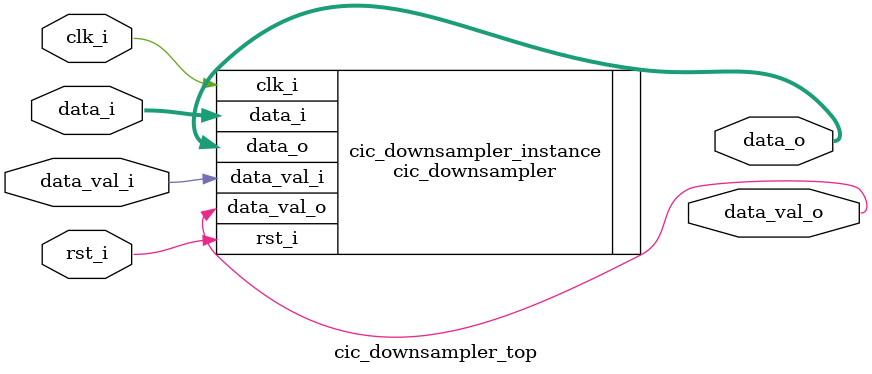
<source format=sv>

`timescale 1 ns / 1 ns
// synopsys translate_on

module cic_downsampler_top
#(
  parameter WIDTH_I       = 16,   // Input data width
  parameter WIDTH_O       = 17,   // Input data width
  parameter DECIMATION    = 64,   // Decimation Factor
  parameter STAGES        = 5     // Integrator-Comb stages
)
(
  input                               clk_i,          // Clock
  input                               rst_i,          // Async Reset
  // Input signal bus
  input   signed  [WIDTH_I - 1:0]     data_i,         // Input data for decimation
  input                               data_val_i,     // Input data valid signal
  
  // Output signal bus
  output  signed  [WIDTH_O - 1:0]     data_o,         // Output data with cic gain
  output  logic                       data_val_o     // Output data valid
);

cic_downsampler #(
  .WIDTH_I      (WIDTH_I),
  .WIDTH_O      (WIDTH_O),
  .DECIMATION   (DECIMATION),
  .STAGES       (STAGES)
) cic_downsampler_instance (
  .clk_i          (clk_i),
  .rst_i          (rst_i),
  .data_i         (data_i),
  .data_val_i     (data_val_i),
  .data_o         (data_o),
  .data_val_o     (data_val_o)
);

endmodule // cic_downsampler_top

</source>
